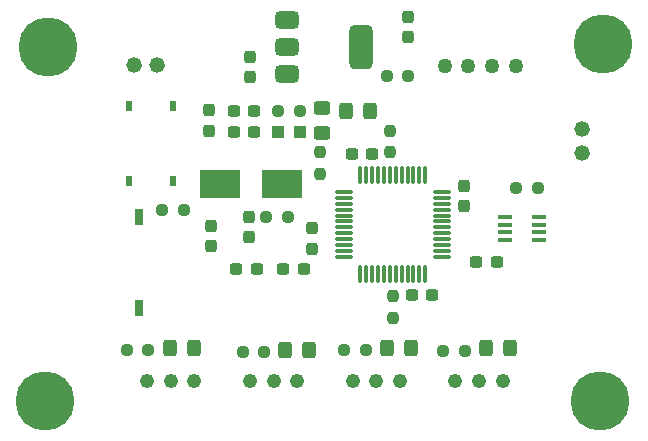
<source format=gbr>
G04 #@! TF.GenerationSoftware,KiCad,Pcbnew,9.0.0*
G04 #@! TF.CreationDate,2025-04-23T00:50:18-04:00*
G04 #@! TF.ProjectId,HallEffectManager,48616c6c-4566-4666-9563-744d616e6167,rev?*
G04 #@! TF.SameCoordinates,Original*
G04 #@! TF.FileFunction,Soldermask,Top*
G04 #@! TF.FilePolarity,Negative*
%FSLAX46Y46*%
G04 Gerber Fmt 4.6, Leading zero omitted, Abs format (unit mm)*
G04 Created by KiCad (PCBNEW 9.0.0) date 2025-04-23 00:50:18*
%MOMM*%
%LPD*%
G01*
G04 APERTURE LIST*
G04 Aperture macros list*
%AMRoundRect*
0 Rectangle with rounded corners*
0 $1 Rounding radius*
0 $2 $3 $4 $5 $6 $7 $8 $9 X,Y pos of 4 corners*
0 Add a 4 corners polygon primitive as box body*
4,1,4,$2,$3,$4,$5,$6,$7,$8,$9,$2,$3,0*
0 Add four circle primitives for the rounded corners*
1,1,$1+$1,$2,$3*
1,1,$1+$1,$4,$5*
1,1,$1+$1,$6,$7*
1,1,$1+$1,$8,$9*
0 Add four rect primitives between the rounded corners*
20,1,$1+$1,$2,$3,$4,$5,0*
20,1,$1+$1,$4,$5,$6,$7,0*
20,1,$1+$1,$6,$7,$8,$9,0*
20,1,$1+$1,$8,$9,$2,$3,0*%
G04 Aperture macros list end*
%ADD10RoundRect,0.237500X0.250000X0.237500X-0.250000X0.237500X-0.250000X-0.237500X0.250000X-0.237500X0*%
%ADD11RoundRect,0.237500X0.237500X-0.300000X0.237500X0.300000X-0.237500X0.300000X-0.237500X-0.300000X0*%
%ADD12C,5.000000*%
%ADD13C,1.219200*%
%ADD14R,0.711200X1.422400*%
%ADD15RoundRect,0.250000X0.325000X0.450000X-0.325000X0.450000X-0.325000X-0.450000X0.325000X-0.450000X0*%
%ADD16C,1.320800*%
%ADD17R,0.558800X0.952500*%
%ADD18RoundRect,0.250000X-0.450000X0.325000X-0.450000X-0.325000X0.450000X-0.325000X0.450000X0.325000X0*%
%ADD19RoundRect,0.237500X-0.300000X-0.237500X0.300000X-0.237500X0.300000X0.237500X-0.300000X0.237500X0*%
%ADD20RoundRect,0.237500X-0.250000X-0.237500X0.250000X-0.237500X0.250000X0.237500X-0.250000X0.237500X0*%
%ADD21RoundRect,0.237500X-0.237500X0.300000X-0.237500X-0.300000X0.237500X-0.300000X0.237500X0.300000X0*%
%ADD22R,3.500000X2.400000*%
%ADD23RoundRect,0.250000X-0.325000X-0.450000X0.325000X-0.450000X0.325000X0.450000X-0.325000X0.450000X0*%
%ADD24RoundRect,0.237500X0.300000X0.237500X-0.300000X0.237500X-0.300000X-0.237500X0.300000X-0.237500X0*%
%ADD25RoundRect,0.375000X-0.625000X-0.375000X0.625000X-0.375000X0.625000X0.375000X-0.625000X0.375000X0*%
%ADD26RoundRect,0.500000X-0.500000X-1.400000X0.500000X-1.400000X0.500000X1.400000X-0.500000X1.400000X0*%
%ADD27R,1.050000X1.100000*%
%ADD28RoundRect,0.237500X-0.237500X0.250000X-0.237500X-0.250000X0.237500X-0.250000X0.237500X0.250000X0*%
%ADD29R,1.200000X0.449999*%
%ADD30RoundRect,0.075000X-0.662500X-0.075000X0.662500X-0.075000X0.662500X0.075000X-0.662500X0.075000X0*%
%ADD31RoundRect,0.075000X-0.075000X-0.662500X0.075000X-0.662500X0.075000X0.662500X-0.075000X0.662500X0*%
%ADD32C,1.270000*%
%ADD33RoundRect,0.237500X0.237500X-0.250000X0.237500X0.250000X-0.237500X0.250000X-0.237500X-0.250000X0*%
G04 APERTURE END LIST*
D10*
X155312500Y-63200000D03*
X153487500Y-63200000D03*
D11*
X164500000Y-56962500D03*
X164500000Y-55237500D03*
X151100000Y-60362500D03*
X151100000Y-58637500D03*
D12*
X180750000Y-87750000D03*
D11*
X147600000Y-64862500D03*
X147600000Y-63137500D03*
D13*
X142400000Y-86100000D03*
X144400000Y-86100000D03*
X146400001Y-86100000D03*
D14*
X141700000Y-79848100D03*
X141700000Y-72151900D03*
D13*
X159800000Y-86082600D03*
X161800000Y-86082600D03*
X163800001Y-86082600D03*
D12*
X134000000Y-57750000D03*
D13*
X168500000Y-86100000D03*
X170500000Y-86100000D03*
X172500001Y-86100000D03*
D15*
X173125000Y-83300000D03*
X171075000Y-83300000D03*
D16*
X179232600Y-66750000D03*
X179232600Y-64749999D03*
D17*
X144600000Y-62737300D03*
X144600000Y-69100000D03*
X140891600Y-62737300D03*
X140891600Y-69100000D03*
D16*
X143250000Y-59267400D03*
X141249999Y-59267400D03*
D15*
X164725000Y-83300000D03*
X162675000Y-83300000D03*
D18*
X157200000Y-62975000D03*
X157200000Y-65025000D03*
D19*
X159737500Y-66800000D03*
X161462500Y-66800000D03*
D20*
X173660000Y-69720000D03*
X175485000Y-69720000D03*
D21*
X151000000Y-72137500D03*
X151000000Y-73862500D03*
D22*
X148600000Y-69400000D03*
X153800000Y-69400000D03*
D23*
X159200000Y-63200000D03*
X161250000Y-63200000D03*
D24*
X172000000Y-76000000D03*
X170275000Y-76000000D03*
D10*
X145512500Y-71600000D03*
X143687500Y-71600000D03*
D25*
X154250000Y-55500000D03*
X154250000Y-57800000D03*
D26*
X160550000Y-57800000D03*
D25*
X154250000Y-60100000D03*
D11*
X156400000Y-74862500D03*
X156400000Y-73137500D03*
D12*
X181000000Y-57500000D03*
D20*
X159087500Y-83400000D03*
X160912500Y-83400000D03*
D15*
X156100000Y-83400000D03*
X154050000Y-83400000D03*
D20*
X140687500Y-83400000D03*
X142512500Y-83400000D03*
D12*
X133750000Y-87750000D03*
D20*
X150487500Y-83600000D03*
X152312500Y-83600000D03*
D21*
X169200000Y-69537500D03*
X169200000Y-71262500D03*
D27*
X153475000Y-65000000D03*
X155325000Y-65000000D03*
D20*
X152487500Y-72200000D03*
X154312500Y-72200000D03*
D24*
X151462500Y-63200000D03*
X149737500Y-63200000D03*
D28*
X163200000Y-78887500D03*
X163200000Y-80712500D03*
D24*
X151462500Y-65000000D03*
X149737500Y-65000000D03*
D20*
X167487500Y-83500000D03*
X169312500Y-83500000D03*
D19*
X149937500Y-76600000D03*
X151662500Y-76600000D03*
D24*
X166525000Y-78800000D03*
X164800000Y-78800000D03*
D20*
X162687500Y-60200000D03*
X164512500Y-60200000D03*
D13*
X151099999Y-86100000D03*
X153099999Y-86100000D03*
X155100000Y-86100000D03*
D24*
X155662500Y-76600000D03*
X153937500Y-76600000D03*
D29*
X172660000Y-72180000D03*
X172660000Y-72830001D03*
X172660000Y-73480000D03*
X172660000Y-74130001D03*
X175609999Y-74130001D03*
X175609999Y-73480000D03*
X175609999Y-72830001D03*
X175609999Y-72180000D03*
D11*
X147800000Y-74662500D03*
X147800000Y-72937500D03*
D28*
X157000000Y-66687500D03*
X157000000Y-68512500D03*
D30*
X159037500Y-70050000D03*
X159037500Y-70550000D03*
X159037500Y-71050000D03*
X159037500Y-71550000D03*
X159037500Y-72050000D03*
X159037500Y-72550000D03*
X159037500Y-73050000D03*
X159037500Y-73550000D03*
X159037500Y-74050000D03*
X159037500Y-74550000D03*
X159037500Y-75050000D03*
X159037500Y-75550000D03*
D31*
X160450000Y-76962500D03*
X160950000Y-76962500D03*
X161450000Y-76962500D03*
X161950000Y-76962500D03*
X162450000Y-76962500D03*
X162950000Y-76962500D03*
X163450000Y-76962500D03*
X163950000Y-76962500D03*
X164450000Y-76962500D03*
X164950000Y-76962500D03*
X165450000Y-76962500D03*
X165950000Y-76962500D03*
D30*
X167362500Y-75550000D03*
X167362500Y-75050000D03*
X167362500Y-74550000D03*
X167362500Y-74050000D03*
X167362500Y-73550000D03*
X167362500Y-73050000D03*
X167362500Y-72550000D03*
X167362500Y-72050000D03*
X167362500Y-71550000D03*
X167362500Y-71050000D03*
X167362500Y-70550000D03*
X167362500Y-70050000D03*
D31*
X165950000Y-68637500D03*
X165450000Y-68637500D03*
X164950000Y-68637500D03*
X164450000Y-68637500D03*
X163950000Y-68637500D03*
X163450000Y-68637500D03*
X162950000Y-68637500D03*
X162450000Y-68637500D03*
X161950000Y-68637500D03*
X161450000Y-68637500D03*
X160950000Y-68637500D03*
X160450000Y-68637500D03*
D15*
X146400000Y-83300000D03*
X144350000Y-83300000D03*
D32*
X173600000Y-59400000D03*
X171600001Y-59400000D03*
X169600000Y-59400000D03*
X167600002Y-59400000D03*
D33*
X163000000Y-66712500D03*
X163000000Y-64887500D03*
M02*

</source>
